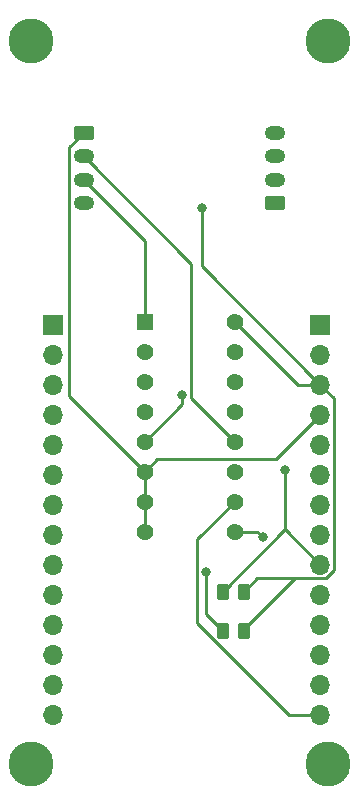
<source format=gbr>
%TF.GenerationSoftware,KiCad,Pcbnew,7.0.2-0*%
%TF.CreationDate,2024-01-04T15:38:00-05:00*%
%TF.ProjectId,Turbidity_v12,54757262-6964-4697-9479-5f7631322e6b,12*%
%TF.SameCoordinates,Original*%
%TF.FileFunction,Copper,L1,Top*%
%TF.FilePolarity,Positive*%
%FSLAX46Y46*%
G04 Gerber Fmt 4.6, Leading zero omitted, Abs format (unit mm)*
G04 Created by KiCad (PCBNEW 7.0.2-0) date 2024-01-04 15:38:00*
%MOMM*%
%LPD*%
G01*
G04 APERTURE LIST*
G04 Aperture macros list*
%AMRoundRect*
0 Rectangle with rounded corners*
0 $1 Rounding radius*
0 $2 $3 $4 $5 $6 $7 $8 $9 X,Y pos of 4 corners*
0 Add a 4 corners polygon primitive as box body*
4,1,4,$2,$3,$4,$5,$6,$7,$8,$9,$2,$3,0*
0 Add four circle primitives for the rounded corners*
1,1,$1+$1,$2,$3*
1,1,$1+$1,$4,$5*
1,1,$1+$1,$6,$7*
1,1,$1+$1,$8,$9*
0 Add four rect primitives between the rounded corners*
20,1,$1+$1,$2,$3,$4,$5,0*
20,1,$1+$1,$4,$5,$6,$7,0*
20,1,$1+$1,$6,$7,$8,$9,0*
20,1,$1+$1,$8,$9,$2,$3,0*%
G04 Aperture macros list end*
%TA.AperFunction,SMDPad,CuDef*%
%ADD10RoundRect,0.250000X-0.262500X-0.450000X0.262500X-0.450000X0.262500X0.450000X-0.262500X0.450000X0*%
%TD*%
%TA.AperFunction,ComponentPad*%
%ADD11C,3.800000*%
%TD*%
%TA.AperFunction,ComponentPad*%
%ADD12R,1.425000X1.425000*%
%TD*%
%TA.AperFunction,ComponentPad*%
%ADD13C,1.425000*%
%TD*%
%TA.AperFunction,ComponentPad*%
%ADD14R,1.700000X1.700000*%
%TD*%
%TA.AperFunction,ComponentPad*%
%ADD15O,1.700000X1.700000*%
%TD*%
%TA.AperFunction,ComponentPad*%
%ADD16RoundRect,0.250000X-0.625000X0.350000X-0.625000X-0.350000X0.625000X-0.350000X0.625000X0.350000X0*%
%TD*%
%TA.AperFunction,ComponentPad*%
%ADD17O,1.750000X1.200000*%
%TD*%
%TA.AperFunction,ComponentPad*%
%ADD18RoundRect,0.250000X0.625000X-0.350000X0.625000X0.350000X-0.625000X0.350000X-0.625000X-0.350000X0*%
%TD*%
%TA.AperFunction,SMDPad,CuDef*%
%ADD19RoundRect,0.250000X0.262500X0.450000X-0.262500X0.450000X-0.262500X-0.450000X0.262500X-0.450000X0*%
%TD*%
%TA.AperFunction,ViaPad*%
%ADD20C,0.800000*%
%TD*%
%TA.AperFunction,Conductor*%
%ADD21C,0.250000*%
%TD*%
G04 APERTURE END LIST*
D10*
%TO.P,R1,1*%
%TO.N,/SCL*%
X151235400Y-109982000D03*
%TO.P,R1,2*%
%TO.N,/3.3V*%
X153060400Y-109982000D03*
%TD*%
D11*
%TO.P,REF\u002A\u002A,1*%
%TO.N,N/C*%
X135001000Y-121310400D03*
%TD*%
D12*
%TO.P,IC1,1,1*%
%TO.N,/1(SCL)*%
X144653000Y-83820000D03*
D13*
%TO.P,IC1,2,2*%
%TO.N,unconnected-(IC1-Pad2)*%
X144653000Y-86360000D03*
%TO.P,IC1,3,3*%
%TO.N,/SCL*%
X144653000Y-88900000D03*
%TO.P,IC1,4,4*%
%TO.N,unconnected-(IC1-Pad4)*%
X144653000Y-91440000D03*
%TO.P,IC1,5,5*%
%TO.N,/5(SCL)*%
X144653000Y-93980000D03*
%TO.P,IC1,6,6*%
%TO.N,/GND*%
X144653000Y-96520000D03*
%TO.P,IC1,7,7*%
X144653000Y-99060000D03*
%TO.P,IC1,8,8*%
X144653000Y-101600000D03*
%TO.P,IC1,9,9*%
%TO.N,/D8*%
X152273000Y-101600000D03*
%TO.P,IC1,10,10*%
%TO.N,/D6*%
X152273000Y-99060000D03*
%TO.P,IC1,11,11*%
%TO.N,unconnected-(IC1-Pad11)*%
X152273000Y-96520000D03*
%TO.P,IC1,12,12*%
%TO.N,/12(SDA)*%
X152273000Y-93980000D03*
%TO.P,IC1,13,13*%
%TO.N,/SDA*%
X152273000Y-91440000D03*
%TO.P,IC1,14,14*%
%TO.N,/14(SDA)*%
X152273000Y-88900000D03*
%TO.P,IC1,15,15*%
%TO.N,unconnected-(IC1-Pad15)*%
X152273000Y-86360000D03*
%TO.P,IC1,16,16*%
%TO.N,/3.3V*%
X152273000Y-83820000D03*
%TD*%
D14*
%TO.P,J4,1,Pin_1*%
%TO.N,unconnected-(J4-Pin_1-Pad1)*%
X159512000Y-84074000D03*
D15*
%TO.P,J4,2,Pin_2*%
%TO.N,unconnected-(J4-Pin_2-Pad2)*%
X159512000Y-86614000D03*
%TO.P,J4,3,Pin_3*%
%TO.N,/3.3V*%
X159512000Y-89154000D03*
%TO.P,J4,4,Pin_4*%
%TO.N,/GND*%
X159512000Y-91694000D03*
%TO.P,J4,5,Pin_5*%
%TO.N,unconnected-(J4-Pin_5-Pad5)*%
X159512000Y-94234000D03*
%TO.P,J4,6,Pin_6*%
%TO.N,unconnected-(J4-Pin_6-Pad6)*%
X159512000Y-96774000D03*
%TO.P,J4,7,Pin_7*%
%TO.N,unconnected-(J4-Pin_7-Pad7)*%
X159512000Y-99314000D03*
%TO.P,J4,8,Pin_8*%
%TO.N,/SCL*%
X159512000Y-101854000D03*
%TO.P,J4,9,Pin_9*%
%TO.N,/SDA*%
X159512000Y-104394000D03*
%TO.P,J4,10,Pin_10*%
%TO.N,unconnected-(J4-Pin_10-Pad10)*%
X159512000Y-106934000D03*
%TO.P,J4,11,Pin_11*%
%TO.N,unconnected-(J4-Pin_11-Pad11)*%
X159512000Y-109474000D03*
%TO.P,J4,12,Pin_12*%
%TO.N,/D8*%
X159512000Y-112014000D03*
%TO.P,J4,13,Pin_13*%
%TO.N,unconnected-(J4-Pin_13-Pad13)*%
X159512000Y-114554000D03*
%TO.P,J4,14,Pin_14*%
%TO.N,/D6*%
X159512000Y-117094000D03*
%TD*%
D11*
%TO.P,REF\u002A\u002A,1*%
%TO.N,N/C*%
X160147000Y-60071000D03*
%TD*%
D16*
%TO.P,J3,1,Pin_1*%
%TO.N,/GND*%
X139457600Y-67815200D03*
D17*
%TO.P,J3,2,Pin_2*%
%TO.N,/12(SDA)*%
X139457600Y-69815200D03*
%TO.P,J3,3,Pin_3*%
%TO.N,/1(SCL)*%
X139457600Y-71815200D03*
%TO.P,J3,4,Pin_4*%
%TO.N,/3.3V*%
X139457600Y-73815200D03*
%TD*%
D11*
%TO.P,REF\u002A\u002A,1*%
%TO.N,N/C*%
X135001000Y-60071000D03*
%TD*%
D18*
%TO.P,J2,1,Pin_1*%
%TO.N,/GND*%
X155690400Y-73818000D03*
D17*
%TO.P,J2,2,Pin_2*%
%TO.N,/14(SDA)*%
X155690400Y-71818000D03*
%TO.P,J2,3,Pin_3*%
%TO.N,/5(SCL)*%
X155690400Y-69818000D03*
%TO.P,J2,4,Pin_4*%
%TO.N,/3.3V*%
X155690400Y-67818000D03*
%TD*%
D19*
%TO.P,R2,1*%
%TO.N,/3.3V*%
X153056600Y-106680000D03*
%TO.P,R2,2*%
%TO.N,/SDA*%
X151231600Y-106680000D03*
%TD*%
D14*
%TO.P,J5,1,Pin_1*%
%TO.N,unconnected-(J5-Pin_1-Pad1)*%
X136906000Y-84074000D03*
D15*
%TO.P,J5,2,Pin_2*%
%TO.N,unconnected-(J5-Pin_2-Pad2)*%
X136906000Y-86614000D03*
%TO.P,J5,3,Pin_3*%
%TO.N,unconnected-(J5-Pin_3-Pad3)*%
X136906000Y-89154000D03*
%TO.P,J5,4,Pin_4*%
%TO.N,unconnected-(J5-Pin_4-Pad4)*%
X136906000Y-91694000D03*
%TO.P,J5,5,Pin_5*%
%TO.N,unconnected-(J5-Pin_5-Pad5)*%
X136906000Y-94234000D03*
%TO.P,J5,6,Pin_6*%
%TO.N,unconnected-(J5-Pin_6-Pad6)*%
X136906000Y-96774000D03*
%TO.P,J5,7,Pin_7*%
%TO.N,unconnected-(J5-Pin_7-Pad7)*%
X136906000Y-99314000D03*
%TO.P,J5,8,Pin_8*%
%TO.N,unconnected-(J5-Pin_8-Pad8)*%
X136906000Y-101854000D03*
%TO.P,J5,9,Pin_9*%
%TO.N,unconnected-(J5-Pin_9-Pad9)*%
X136906000Y-104394000D03*
%TO.P,J5,10,Pin_10*%
%TO.N,unconnected-(J5-Pin_10-Pad10)*%
X136906000Y-106934000D03*
%TO.P,J5,11,Pin_11*%
%TO.N,unconnected-(J5-Pin_11-Pad11)*%
X136906000Y-109474000D03*
%TO.P,J5,12,Pin_12*%
%TO.N,unconnected-(J5-Pin_12-Pad12)*%
X136906000Y-112014000D03*
%TO.P,J5,13,Pin_13*%
%TO.N,unconnected-(J5-Pin_13-Pad13)*%
X136906000Y-114554000D03*
%TO.P,J5,14,Pin_14*%
%TO.N,unconnected-(J5-Pin_14-Pad14)*%
X136906000Y-117094000D03*
%TD*%
D11*
%TO.P,REF\u002A\u002A,1*%
%TO.N,N/C*%
X160147000Y-121310400D03*
%TD*%
D20*
%TO.N,/3.3V*%
X149504400Y-74218800D03*
%TO.N,/SCL*%
X149860000Y-105003600D03*
%TO.N,/SDA*%
X156514800Y-96418400D03*
%TO.N,/D8*%
X154635200Y-102057200D03*
%TO.N,/5(SCL)*%
X147828000Y-90017600D03*
%TD*%
D21*
%TO.N,/GND*%
X138257600Y-69015200D02*
X138257600Y-90124600D01*
X144653000Y-101600000D02*
X144653000Y-99060000D01*
X138257600Y-90124600D02*
X144653000Y-96520000D01*
X155723500Y-95482500D02*
X145690500Y-95482500D01*
X139457600Y-67815200D02*
X138257600Y-69015200D01*
X159512000Y-91694000D02*
X155723500Y-95482500D01*
X145690500Y-95482500D02*
X144653000Y-96520000D01*
X144653000Y-96520000D02*
X144653000Y-99060000D01*
%TO.N,/3.3V*%
X159512000Y-89154000D02*
X157607000Y-89154000D01*
X149504400Y-79146400D02*
X159512000Y-89154000D01*
X157607000Y-89154000D02*
X152273000Y-83820000D01*
X157378400Y-105569000D02*
X159998701Y-105569000D01*
X160687000Y-104880701D02*
X160687000Y-90329000D01*
X153056600Y-106680000D02*
X154167600Y-105569000D01*
X159998701Y-105569000D02*
X160687000Y-104880701D01*
X154167600Y-105569000D02*
X157378400Y-105569000D01*
X149504400Y-74218800D02*
X149504400Y-79146400D01*
X160687000Y-90329000D02*
X159512000Y-89154000D01*
X153060400Y-109982000D02*
X153060400Y-109887000D01*
X153060400Y-109887000D02*
X157378400Y-105569000D01*
%TO.N,/SCL*%
X149860000Y-108606600D02*
X149860000Y-105003600D01*
X151235400Y-109982000D02*
X149860000Y-108606600D01*
%TO.N,/SDA*%
X151231600Y-106680000D02*
X156514800Y-101396800D01*
X156514800Y-101396800D02*
X156514800Y-96418400D01*
X159512000Y-104394000D02*
X156514800Y-101396800D01*
%TO.N,/D8*%
X154635200Y-102057200D02*
X154178000Y-101600000D01*
X154178000Y-101600000D02*
X152273000Y-101600000D01*
%TO.N,/D6*%
X149098000Y-109370273D02*
X149098000Y-102235000D01*
X159512000Y-117094000D02*
X156821727Y-117094000D01*
X156821727Y-117094000D02*
X149098000Y-109370273D01*
X149098000Y-102235000D02*
X152273000Y-99060000D01*
%TO.N,/1(SCL)*%
X144653000Y-77010600D02*
X144653000Y-83820000D01*
X139457600Y-71815200D02*
X144653000Y-77010600D01*
%TO.N,/5(SCL)*%
X147828000Y-90805000D02*
X144653000Y-93980000D01*
X147828000Y-90017600D02*
X147828000Y-90805000D01*
%TO.N,/12(SDA)*%
X139457600Y-69815200D02*
X148553000Y-78910600D01*
X148553000Y-78910600D02*
X148553000Y-90260000D01*
X148553000Y-90260000D02*
X152273000Y-93980000D01*
%TD*%
M02*

</source>
